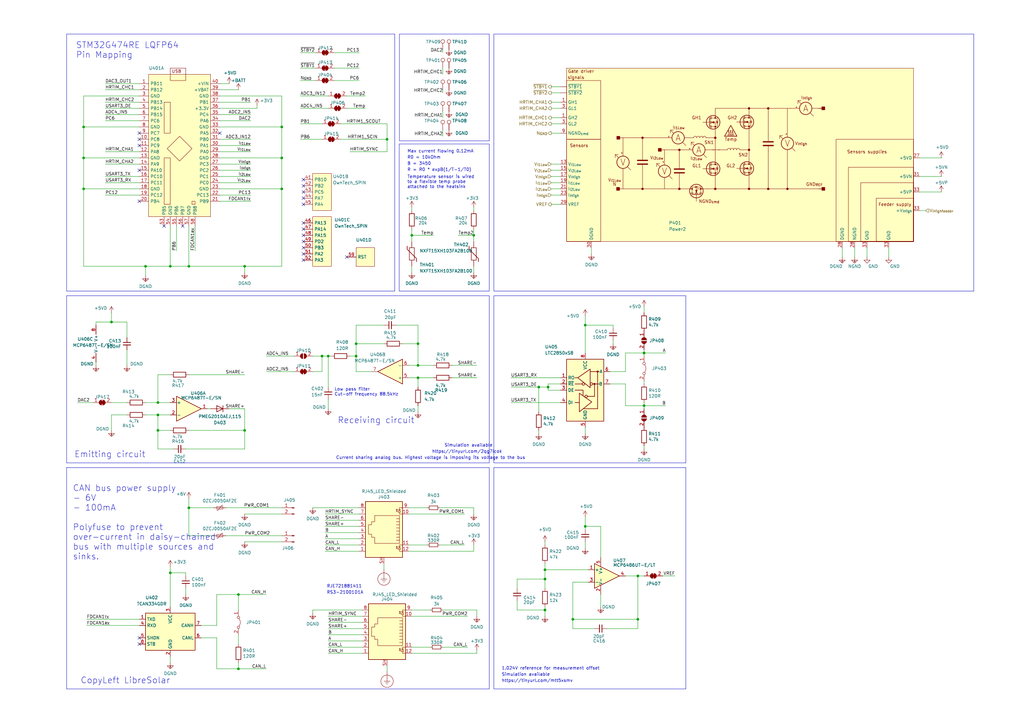
<source format=kicad_sch>
(kicad_sch (version 20230121) (generator eeschema)
  (paper "A3")
  (title_block (title "MCU Shield Board Scheme V1.1.2") (date "2021-06-04") (company "https://gitlab.laas.fr/owntech/1leg/-/tree/V1.1.2/KiCAD_files") (comment 1 "Alinei") (comment 2 "Villa") (comment 3 "Villa") (comment 4 "GFE"))
  (junction (at 69.85 234.95))
  (junction (at 115.57 77.47))
  (junction (at 132.08 146.05))
  (junction (at 223.52 237.49))
  (junction (at 134.62 146.05))
  (junction (at 64.77 165.1))
  (junction (at 168.91 96.52))
  (junction (at 34.29 77.47))
  (junction (at 100.33 109.22))
  (junction (at 115.57 64.77))
  (junction (at 34.29 52.07))
  (junction (at 64.77 176.53))
  (junction (at 115.57 52.07))
  (junction (at 261.62 236.22))
  (junction (at 220.98 158.75))
  (junction (at 97.79 243.84))
  (junction (at 146.05 140.97))
  (junction (at 234.95 254))
  (junction (at 240.03 215.9))
  (junction (at 77.47 109.22))
  (junction (at 146.05 146.05))
  (junction (at 97.79 274.32))
  (junction (at 264.16 166.37))
  (junction (at 100.33 176.53))
  (junction (at 77.47 208.28))
  (junction (at 223.52 233.68))
  (junction (at 158.75 57.15))
  (junction (at 240.03 133.35))
  (junction (at 261.62 254))
  (junction (at 224.79 158.75))
  (junction (at 34.29 64.77))
  (junction (at 64.77 170.18))
  (junction (at 171.45 140.97))
  (junction (at 264.16 144.78))
  (junction (at 171.45 149.86))
  (junction (at 45.72 132.08))
  (junction (at 69.85 109.22))
  (junction (at 171.45 154.94))
  (junction (at 59.69 109.22))
  (junction (at 223.52 250.19))
  (junction (at 194.31 96.52))
  (no_connect (at 57.15 261.62))
  (no_connect (at 57.15 59.69))
  (no_connect (at 57.15 69.85))
  (no_connect (at 57.15 264.16))
  (no_connect (at 57.15 82.55))
  (no_connect (at 67.31 92.71))
  (no_connect (at 74.93 92.71))
  (no_connect (at 124.46 78.74))
  (no_connect (at 124.46 73.66))
  (no_connect (at 124.46 76.2))
  (no_connect (at 124.46 99.06))
  (no_connect (at 124.46 101.6))
  (no_connect (at 124.46 104.14))
  (no_connect (at 124.46 106.68))
  (no_connect (at 124.46 83.82))
  (no_connect (at 124.46 81.28))
  (no_connect (at 124.46 93.98))
  (no_connect (at 124.46 91.44))
  (no_connect (at 124.46 96.52))
  (no_connect (at 57.15 54.61))
  (no_connect (at 57.15 57.15))
  (no_connect (at 142.24 105.41))
  (no_connect (at 90.17 54.61))
  (wire (pts (xy 220.98 158.75) (xy 220.98 168.91)))
  (wire (pts (xy 377.19 78.74) (xy 386.08 78.74)))
  (wire (pts (xy 223.52 250.19) (xy 223.52 252.73)))
  (wire (pts (xy 157.48 140.97) (xy 146.05 140.97)))
  (wire (pts (xy 76.2 236.22) (xy 76.2 234.95)))
  (wire (pts (xy 123.19 21.59) (xy 129.54 21.59)))
  (wire (pts (xy 234.95 238.76) (xy 234.95 254)))
  (wire (pts (xy 162.56 133.35) (xy 171.45 133.35)))
  (wire (pts (xy 43.18 46.99) (xy 57.15 46.99)))
  (wire (pts (xy 69.85 232.41) (xy 69.85 234.95)))
  (wire (pts (xy 168.91 109.22) (xy 168.91 111.76)))
  (wire (pts (xy 195.58 252.73) (xy 195.58 250.19)))
  (wire (pts (xy 137.16 33.02) (xy 147.32 33.02)))
  (wire (pts (xy 226.06 54.61) (xy 229.87 54.61)))
  (wire (pts (xy 69.85 234.95) (xy 69.85 248.92)))
  (wire (pts (xy 90.17 69.85) (xy 102.87 69.85)))
  (wire (pts (xy 220.98 158.75) (xy 224.79 158.75)))
  (wire (pts (xy 90.17 39.37) (xy 115.57 39.37)))
  (wire (pts (xy 264.16 165.1) (xy 264.16 166.37)))
  (wire (pts (xy 88.9 256.54) (xy 82.55 256.54)))
  (wire (pts (xy 158.75 62.23) (xy 143.51 62.23)))
  (wire (pts (xy 209.55 165.1) (xy 229.87 165.1)))
  (wire (pts (xy 34.29 52.07) (xy 57.15 52.07)))
  (wire (pts (xy 139.7 50.8) (xy 158.75 50.8)))
  (wire (pts (xy 109.22 152.4) (xy 120.65 152.4)))
  (wire (pts (xy 64.77 153.67) (xy 64.77 165.1)))
  (wire (pts (xy 69.85 176.53) (xy 64.77 176.53)))
  (wire (pts (xy 77.47 176.53) (xy 100.33 176.53)))
  (wire (pts (xy 240.03 215.9) (xy 240.03 217.17)))
  (wire (pts (xy 146.05 146.05) (xy 146.05 152.4)))
  (wire (pts (xy 256.54 144.78) (xy 264.16 144.78)))
  (wire (pts (xy 134.62 146.05) (xy 134.62 158.75)))
  (wire (pts (xy 181.61 265.43) (xy 191.77 265.43)))
  (wire (pts (xy 43.18 67.31) (xy 57.15 67.31)))
  (wire (pts (xy 97.79 243.84) (xy 109.22 243.84)))
  (wire (pts (xy 35.56 256.54) (xy 57.15 256.54)))
  (wire (pts (xy 133.35 210.82) (xy 147.32 210.82)))
  (wire (pts (xy 43.18 36.83) (xy 57.15 36.83)))
  (wire (pts (xy 171.45 154.94) (xy 177.8 154.94)))
  (wire (pts (xy 250.19 152.4) (xy 256.54 152.4)))
  (wire (pts (xy 137.16 21.59) (xy 147.32 21.59)))
  (wire (pts (xy 133.35 215.9) (xy 147.32 215.9)))
  (wire (pts (xy 90.17 72.39) (xy 102.87 72.39)))
  (wire (pts (xy 168.91 96.52) (xy 168.91 99.06)))
  (wire (pts (xy 123.19 39.37) (xy 134.62 39.37)))
  (wire (pts (xy 223.52 250.19) (xy 212.09 250.19)))
  (wire (pts (xy 256.54 166.37) (xy 264.16 166.37)))
  (wire (pts (xy 264.16 125.73) (xy 264.16 128.27)))
  (wire (pts (xy 134.62 260.35) (xy 148.59 260.35)))
  (wire (pts (xy 77.47 208.28) (xy 87.63 208.28)))
  (wire (pts (xy 261.62 236.22) (xy 264.16 236.22)))
  (wire (pts (xy 100.33 210.82) (xy 115.57 210.82)))
  (wire (pts (xy 246.38 215.9) (xy 246.38 228.6)))
  (wire (pts (xy 76.2 184.15) (xy 100.33 184.15)))
  (wire (pts (xy 88.9 261.62) (xy 88.9 274.32)))
  (wire (pts (xy 261.62 257.81) (xy 248.92 257.81)))
  (wire (pts (xy 93.98 167.64) (xy 100.33 167.64)))
  (wire (pts (xy 123.19 44.45) (xy 134.62 44.45)))
  (wire (pts (xy 64.77 153.67) (xy 69.85 153.67)))
  (wire (pts (xy 52.07 138.43) (xy 52.07 132.08)))
  (wire (pts (xy 39.37 148.59) (xy 39.37 149.86)))
  (wire (pts (xy 43.18 44.45) (xy 57.15 44.45)))
  (wire (pts (xy 52.07 132.08) (xy 45.72 132.08)))
  (wire (pts (xy 167.64 154.94) (xy 171.45 154.94)))
  (wire (pts (xy 134.62 262.89) (xy 148.59 262.89)))
  (wire (pts (xy 167.64 210.82) (xy 190.5 210.82)))
  (wire (pts (xy 59.69 165.1) (xy 64.77 165.1)))
  (wire (pts (xy 226.06 80.01) (xy 229.87 80.01)))
  (wire (pts (xy 148.59 265.43) (xy 134.62 265.43)))
  (wire (pts (xy 226.06 38.1) (xy 229.87 38.1)))
  (wire (pts (xy 90.17 62.23) (xy 102.87 62.23)))
  (wire (pts (xy 220.98 176.53) (xy 220.98 177.8)))
  (wire (pts (xy 72.39 92.71) (xy 72.39 102.87)))
  (wire (pts (xy 77.47 208.28) (xy 77.47 219.71)))
  (wire (pts (xy 250.19 157.48) (xy 256.54 157.48)))
  (wire (pts (xy 171.45 140.97) (xy 171.45 149.86)))
  (wire (pts (xy 92.71 208.28) (xy 115.57 208.28)))
  (wire (pts (xy 224.79 160.02) (xy 224.79 158.75)))
  (wire (pts (xy 85.09 167.64) (xy 86.36 167.64)))
  (wire (pts (xy 90.17 49.53) (xy 102.87 49.53)))
  (wire (pts (xy 223.52 237.49) (xy 223.52 241.3)))
  (wire (pts (xy 223.52 233.68) (xy 241.3 233.68)))
  (wire (pts (xy 132.08 152.4) (xy 128.27 152.4)))
  (wire (pts (xy 240.03 175.26) (xy 240.03 177.8)))
  (wire (pts (xy 345.44 101.6) (xy 345.44 105.41)))
  (wire (pts (xy 242.57 101.6) (xy 242.57 104.14)))
  (wire (pts (xy 226.06 48.26) (xy 229.87 48.26)))
  (wire (pts (xy 133.35 218.44) (xy 147.32 218.44)))
  (wire (pts (xy 377.19 72.39) (xy 386.08 72.39)))
  (wire (pts (xy 128.27 146.05) (xy 132.08 146.05)))
  (wire (pts (xy 97.79 243.84) (xy 97.79 250.19)))
  (wire (pts (xy 171.45 158.75) (xy 171.45 154.94)))
  (wire (pts (xy 90.17 59.69) (xy 102.87 59.69)))
  (wire (pts (xy 115.57 109.22) (xy 115.57 77.47)))
  (wire (pts (xy 43.18 80.01) (xy 57.15 80.01)))
  (wire (pts (xy 64.77 184.15) (xy 64.77 176.53)))
  (wire (pts (xy 69.85 109.22) (xy 77.47 109.22)))
  (wire (pts (xy 256.54 236.22) (xy 261.62 236.22)))
  (wire (pts (xy 52.07 170.18) (xy 45.72 170.18)))
  (wire (pts (xy 240.03 212.09) (xy 240.03 215.9)))
  (wire (pts (xy 69.85 234.95) (xy 76.2 234.95)))
  (wire (pts (xy 364.49 101.6) (xy 364.49 105.41)))
  (wire (pts (xy 45.72 132.08) (xy 39.37 132.08)))
  (wire (pts (xy 146.05 133.35) (xy 146.05 140.97)))
  (wire (pts (xy 134.62 252.73) (xy 148.59 252.73)))
  (wire (pts (xy 246.38 243.84) (xy 246.38 248.92)))
  (wire (pts (xy 168.91 93.98) (xy 168.91 96.52)))
  (wire (pts (xy 90.17 46.99) (xy 102.87 46.99)))
  (wire (pts (xy 240.03 133.35) (xy 240.03 144.78)))
  (wire (pts (xy 134.62 267.97) (xy 148.59 267.97)))
  (wire (pts (xy 97.79 36.83) (xy 90.17 36.83)))
  (wire (pts (xy 195.58 266.7) (xy 195.58 267.97)))
  (wire (pts (xy 90.17 80.01) (xy 102.87 80.01)))
  (wire (pts (xy 181.61 250.19) (xy 195.58 250.19)))
  (wire (pts (xy 45.72 170.18) (xy 45.72 176.53)))
  (wire (pts (xy 146.05 140.97) (xy 146.05 146.05)))
  (wire (pts (xy 240.03 129.54) (xy 240.03 133.35)))
  (wire (pts (xy 88.9 243.84) (xy 88.9 256.54)))
  (wire (pts (xy 97.79 260.35) (xy 97.79 264.16)))
  (wire (pts (xy 133.35 213.36) (xy 147.32 213.36)))
  (wire (pts (xy 377.19 86.36) (xy 379.73 86.36)))
  (wire (pts (xy 34.29 109.22) (xy 34.29 77.47)))
  (wire (pts (xy 168.91 252.73) (xy 191.77 252.73)))
  (wire (pts (xy 97.79 274.32) (xy 109.22 274.32)))
  (wire (pts (xy 181.61 36.83) (xy 181.61 38.1)))
  (wire (pts (xy 88.9 274.32) (xy 97.79 274.32)))
  (wire (pts (xy 194.31 93.98) (xy 194.31 96.52)))
  (wire (pts (xy 194.31 85.09) (xy 194.31 86.36)))
  (wire (pts (xy 105.41 43.18) (xy 105.41 44.45)))
  (wire (pts (xy 187.96 96.52) (xy 194.31 96.52)))
  (wire (pts (xy 59.69 170.18) (xy 64.77 170.18)))
  (wire (pts (xy 90.17 57.15) (xy 102.87 57.15)))
  (wire (pts (xy 226.06 83.82) (xy 229.87 83.82)))
  (wire (pts (xy 59.69 109.22) (xy 34.29 109.22)))
  (wire (pts (xy 157.48 133.35) (xy 146.05 133.35)))
  (wire (pts (xy 132.08 146.05) (xy 134.62 146.05)))
  (wire (pts (xy 43.18 62.23) (xy 57.15 62.23)))
  (wire (pts (xy 226.06 35.56) (xy 229.87 35.56)))
  (wire (pts (xy 223.52 231.14) (xy 223.52 233.68)))
  (wire (pts (xy 181.61 53.34) (xy 181.61 55.88)))
  (wire (pts (xy 77.47 109.22) (xy 100.33 109.22)))
  (wire (pts (xy 194.31 109.22) (xy 194.31 111.76)))
  (wire (pts (xy 139.7 57.15) (xy 158.75 57.15)))
  (wire (pts (xy 128.27 250.19) (xy 128.27 251.46)))
  (wire (pts (xy 241.3 238.76) (xy 234.95 238.76)))
  (wire (pts (xy 115.57 64.77) (xy 115.57 77.47)))
  (wire (pts (xy 185.42 149.86) (xy 195.58 149.86)))
  (wire (pts (xy 194.31 223.52) (xy 194.31 226.06)))
  (wire (pts (xy 90.17 77.47) (xy 115.57 77.47)))
  (wire (pts (xy 88.9 243.84) (xy 97.79 243.84)))
  (wire (pts (xy 240.03 215.9) (xy 246.38 215.9)))
  (wire (pts (xy 90.17 34.29) (xy 93.98 34.29)))
  (wire (pts (xy 264.16 143.51) (xy 264.16 144.78)))
  (wire (pts (xy 212.09 250.19) (xy 212.09 246.38)))
  (wire (pts (xy 57.15 77.47) (xy 34.29 77.47)))
  (wire (pts (xy 167.64 149.86) (xy 171.45 149.86)))
  (wire (pts (xy 142.24 39.37) (xy 149.86 39.37)))
  (wire (pts (xy 377.19 64.77) (xy 386.08 64.77)))
  (wire (pts (xy 77.47 208.28) (xy 77.47 204.47)))
  (wire (pts (xy 168.91 265.43) (xy 176.53 265.43)))
  (wire (pts (xy 226.06 77.47) (xy 229.87 77.47)))
  (wire (pts (xy 52.07 143.51) (xy 52.07 149.86)))
  (wire (pts (xy 100.33 184.15) (xy 100.33 176.53)))
  (wire (pts (xy 133.35 220.98) (xy 147.32 220.98)))
  (wire (pts (xy 59.69 109.22) (xy 59.69 113.03)))
  (wire (pts (xy 229.87 160.02) (xy 224.79 160.02)))
  (wire (pts (xy 35.56 254) (xy 57.15 254)))
  (wire (pts (xy 64.77 170.18) (xy 69.85 170.18)))
  (wire (pts (xy 181.61 45.72) (xy 181.61 48.26)))
  (wire (pts (xy 69.85 109.22) (xy 59.69 109.22)))
  (wire (pts (xy 271.78 236.22) (xy 276.86 236.22)))
  (wire (pts (xy 264.16 144.78) (xy 264.16 146.05)))
  (wire (pts (xy 168.91 96.52) (xy 177.8 96.52)))
  (wire (pts (xy 34.29 39.37) (xy 34.29 52.07)))
  (wire (pts (xy 223.52 222.25) (xy 223.52 223.52)))
  (wire (pts (xy 243.84 257.81) (xy 234.95 257.81)))
  (wire (pts (xy 226.06 50.8) (xy 229.87 50.8)))
  (wire (pts (xy 34.29 52.07) (xy 34.29 64.77)))
  (wire (pts (xy 226.06 69.85) (xy 229.87 69.85)))
  (wire (pts (xy 123.19 50.8) (xy 132.08 50.8)))
  (wire (pts (xy 226.06 74.93) (xy 229.87 74.93)))
  (wire (pts (xy 64.77 170.18) (xy 64.77 176.53)))
  (wire (pts (xy 261.62 254) (xy 261.62 257.81)))
  (wire (pts (xy 158.75 57.15) (xy 158.75 50.8)))
  (wire (pts (xy 100.33 167.64) (xy 100.33 176.53)))
  (wire (pts (xy 134.62 146.05) (xy 135.89 146.05)))
  (wire (pts (xy 115.57 39.37) (xy 115.57 52.07)))
  (wire (pts (xy 240.03 222.25) (xy 240.03 224.79)))
  (wire (pts (xy 261.62 254) (xy 261.62 236.22)))
  (wire (pts (xy 90.17 67.31) (xy 102.87 67.31)))
  (wire (pts (xy 134.62 255.27) (xy 148.59 255.27)))
  (wire (pts (xy 157.48 231.14) (xy 157.48 233.68)))
  (wire (pts (xy 115.57 52.07) (xy 115.57 64.77)))
  (wire (pts (xy 194.31 210.82) (xy 194.31 208.28)))
  (wire (pts (xy 171.45 166.37) (xy 171.45 168.91)))
  (wire (pts (xy 123.19 27.94) (xy 129.54 27.94)))
  (wire (pts (xy 90.17 41.91) (xy 102.87 41.91)))
  (wire (pts (xy 185.42 154.94) (xy 195.58 154.94)))
  (wire (pts (xy 128.27 208.28) (xy 147.32 208.28)))
  (wire (pts (xy 134.62 163.83) (xy 134.62 167.64)))
  (wire (pts (xy 224.79 157.48) (xy 229.87 157.48)))
  (wire (pts (xy 134.62 257.81) (xy 148.59 257.81)))
  (wire (pts (xy 137.16 27.94) (xy 147.32 27.94)))
  (wire (pts (xy 77.47 92.71) (xy 77.47 109.22)))
  (wire (pts (xy 256.54 157.48) (xy 256.54 166.37)))
  (wire (pts (xy 168.91 250.19) (xy 176.53 250.19)))
  (wire (pts (xy 234.95 254) (xy 234.95 257.81)))
  (wire (pts (xy 64.77 165.1) (xy 69.85 165.1)))
  (wire (pts (xy 100.33 109.22) (xy 100.33 111.76)))
  (wire (pts (xy 97.79 271.78) (xy 97.79 274.32)))
  (wire (pts (xy 223.52 237.49) (xy 212.09 237.49)))
  (wire (pts (xy 77.47 153.67) (xy 100.33 153.67)))
  (wire (pts (xy 43.18 49.53) (xy 57.15 49.53)))
  (wire (pts (xy 226.06 72.39) (xy 229.87 72.39)))
  (wire (pts (xy 181.61 20.32) (xy 181.61 21.59)))
  (wire (pts (xy 143.51 146.05) (xy 146.05 146.05)))
  (wire (pts (xy 226.06 67.31) (xy 229.87 67.31)))
  (wire (pts (xy 251.46 139.7) (xy 251.46 140.97)))
  (wire (pts (xy 69.85 269.24) (xy 69.85 271.78)))
  (wire (pts (xy 158.75 273.05) (xy 158.75 275.59)))
  (wire (pts (xy 147.32 223.52) (xy 133.35 223.52)))
  (wire (pts (xy 234.95 254) (xy 261.62 254)))
  (wire (pts (xy 146.05 152.4) (xy 152.4 152.4)))
  (wire (pts (xy 100.33 109.22) (xy 115.57 109.22)))
  (wire (pts (xy 71.12 184.15) (xy 64.77 184.15)))
  (wire (pts (xy 34.29 39.37) (xy 57.15 39.37)))
  (wire (pts (xy 264.16 144.78) (xy 273.05 144.78)))
  (wire (pts (xy 180.34 223.52) (xy 190.5 223.52)))
  (wire (pts (xy 355.6 101.6) (xy 355.6 105.41)))
  (wire (pts (xy 82.55 261.62) (xy 88.9 261.62)))
  (wire (pts (xy 45.72 128.27) (xy 45.72 132.08)))
  (wire (pts (xy 43.18 41.91) (xy 57.15 41.91)))
  (wire (pts (xy 123.19 57.15) (xy 132.08 57.15)))
  (wire (pts (xy 90.17 44.45) (xy 105.41 44.45)))
  (wire (pts (xy 264.16 166.37) (xy 273.05 166.37)))
  (wire (pts (xy 100.33 222.25) (xy 115.57 222.25)))
  (wire (pts (xy 92.71 219.71) (xy 115.57 219.71)))
  (wire (pts (xy 251.46 134.62) (xy 251.46 133.35)))
  (wire (pts (xy 226.06 41.91) (xy 229.87 41.91)))
  (wire (pts (xy 168.91 85.09) (xy 168.91 86.36)))
  (wire (pts (xy 39.37 132.08) (xy 39.37 133.35)))
  (wire (pts (xy 350.52 101.6) (xy 350.52 105.41)))
  (wire (pts (xy 223.52 233.68) (xy 223.52 237.49)))
  (wire (pts (xy 158.75 57.15) (xy 158.75 62.23)))
  (wire (pts (xy 109.22 146.05) (xy 120.65 146.05)))
  (wire (pts (xy 212.09 237.49) (xy 212.09 241.3)))
  (wire (pts (xy 45.72 165.1) (xy 52.07 165.1)))
  (wire (pts (xy 34.29 64.77) (xy 34.29 77.47)))
  (wire (pts (xy 168.91 267.97) (xy 195.58 267.97)))
  (wire (pts (xy 128.27 250.19) (xy 148.59 250.19)))
  (wire (pts (xy 171.45 133.35) (xy 171.45 140.97)))
  (wire (pts (xy 226.06 44.45) (xy 229.87 44.45)))
  (wire (pts (xy 43.18 74.93) (xy 57.15 74.93)))
  (wire (pts (xy 142.24 44.45) (xy 149.86 44.45)))
  (wire (pts (xy 76.2 243.84) (xy 76.2 241.3)))
  (wire (pts (xy 181.61 27.94) (xy 181.61 30.48)))
  (wire (pts (xy 209.55 154.94) (xy 229.87 154.94)))
  (wire (pts (xy 256.54 152.4) (xy 256.54 144.78)))
  (wire (pts (xy 264.16 182.88) (xy 264.16 184.15)))
  (wire (pts (xy 223.52 248.92) (xy 223.52 250.19)))
  (wire (pts (xy 43.18 34.29) (xy 57.15 34.29)))
  (wire (pts (xy 90.17 74.93) (xy 102.87 74.93)))
  (wire (pts (xy 80.01 92.71) (xy 80.01 102.87)))
  (wire (pts (xy 31.75 165.1) (xy 38.1 165.1)))
  (wire (pts (xy 77.47 219.71) (xy 87.63 219.71)))
  (wire (pts (xy 171.45 149.86) (xy 177.8 149.86)))
  (wire (pts (xy 123.19 33.02) (xy 129.54 33.02)))
  (wire (pts (xy 167.64 208.28) (xy 175.26 208.28)))
  (wire (pts (xy 264.16 156.21) (xy 264.16 157.48)))
  (wire (pts (xy 90.17 64.77) (xy 115.57 64.77)))
  (wire (pts (xy 240.03 133.35) (xy 251.46 133.35)))
  (wire (pts (xy 133.35 226.06) (xy 147.32 226.06)))
  (wire (pts (xy 209.55 158.75) (xy 220.98 158.75)))
  (wire (pts (xy 167.64 223.52) (xy 175.26 223.52)))
  (wire (pts (xy 90.17 82.55) (xy 102.87 82.55)))
  (wire (pts (xy 132.08 146.05) (xy 132.08 152.4)))
  (wire (pts (xy 264.16 166.37) (xy 264.16 167.64)))
  (wire (pts (xy 194.31 208.28) (xy 180.34 208.28)))
  (wire (pts (xy 167.64 226.06) (xy 194.31 226.06)))
  (wire (pts (xy 90.17 52.07) (xy 115.57 52.07)))
  (wire (pts (xy 194.31 96.52) (xy 194.31 99.06)))
  (wire (pts (xy 43.18 72.39) (xy 57.15 72.39)))
  (wire (pts (xy 224.79 158.75) (xy 224.79 157.48)))
  (wire (pts (xy 34.29 64.77) (xy 57.15 64.77)))
  (wire (pts (xy 165.1 140.97) (xy 171.45 140.97)))
  (wire (pts (xy 69.85 92.71) (xy 69.85 109.22)))
  (rectangle (start 202.565 13.97) (end 399.415 119.38))
  (rectangle (start 202.565 121.285) (end 281.305 189.865))
  (rectangle (start 27.305 13.97) (end 161.925 119.38))
  (rectangle (start 163.703 59.055) (end 200.66 119.38))
  (rectangle (start 27.305 191.77) (end 200.66 282.575))
  (rectangle (start 163.83 13.97) (end 200.66 57.785))
  (rectangle (start 202.565 191.77) (end 281.305 282.575))
  (rectangle (start 27.305 121.285) (end 200.66 189.865))
  (text "CAN bus power supply\n- 6V\n- 100mA\n\nPolyfuse to prevent \nover-current in daisy-chained \nbus with multiple sources and \nsinks." (at 29.845 229.87 0) (effects (font (size 2.4892 2.4892)) (justify left bottom)))
  (text "Low pass filter\nCut-off frequency 88.5kHz" (at 137.16 162.56 0) (effects (font (size 1.27 1.27)) (justify left bottom)))
  (text "1.024V reference for measurement offset " (at 205.74 274.955 0) (effects (font (size 1.27 1.27)) (justify left bottom)))
  (text "RS3-21001D1A" (at 133.985 243.84 0) (effects (font (size 1.27 1.27)) (justify left bottom)))
  (text "R = R0 * expB(1/T-1/T0)" (at 167.005 70.485 0) (effects (font (size 1.27 1.27)) (justify left bottom)))
  (text "R0 = 10kOhm " (at 167.005 65.405 0) (effects (font (size 1.27 1.27)) (justify left bottom)))
  (text "STM32G474RE LQFP64\nPin Mapping" (at 31.115 24.13 0) (effects (font (size 2.4892 2.4892)) (justify left bottom)))
  (text "Simulation available" (at 205.74 277.495 0) (effects (font (size 1.27 1.27)) (justify left bottom)))
  (text "https://tinyurl.com/2qg7lcok" (at 177.165 186.055 0) (effects (font (size 1.27 1.27)) (justify left bottom)))
  (text "Emitting circuit" (at 30.48 187.96 0) (effects (font (size 2.4892 2.4892)) (justify left bottom)))
  (text "Current sharing analog bus. Highest voltage is imposing its voltage to the bus" (at 137.795 188.595 0) (effects (font (size 1.27 1.27)) (justify left bottom)))
  (text "RJE721881411 " (at 133.985 241.3 0) (effects (font (size 1.27 1.27)) (justify left bottom)))
  (text "B = 3450\n" (at 167.005 67.945 0) (effects (font (size 1.27 1.27)) (justify left bottom)))
  (text "https://tinyurl.com/mtt5xsmv" (at 205.74 280.035 0) (effects (font (size 1.27 1.27)) (justify left bottom)))
  (text "CopyLeft LibreSolar\n" (at 33.02 280.67 0) (effects (font (size 2.4892 2.4892)) (justify left bottom)))
  (text "Max current flowing 0.12mA\n" (at 167.005 62.865 0) (effects (font (size 1.27 1.27)) (justify left bottom)))
  (text "Receiving circuit" (at 138.43 173.99 0) (effects (font (size 2.4892 2.4892)) (justify left bottom)))
  (text "Simulation available " (at 182.245 183.515 0) (effects (font (size 1.27 1.27)) (justify left bottom)))
  (text "Temperature sensor is wired\nto a flexible temp probe \nattached to the heatsink\n" (at 167.005 77.47 0) (effects (font (size 1.27 1.27)) (justify left bottom)))
  (label "PWR_COM1" (at 190.5 210.82 180))
  (label "HRTIM1_SCOUT" (at 156.21 50.8 180))
  (label "PC12" (at 147.32 27.94 180))
  (label "I_{I2Low}" (at 102.87 72.39 180))
  (label "USART3_TX" (at 43.18 72.39 0))
  (label "A" (at 133.35 220.98 0))
  (label "ADC2_IN5" (at 102.87 46.99 180))
  (label "B" (at 134.62 260.35 0))
  (label "B" (at 273.05 166.37 180))
  (label "Temp" (at 177.8 96.52 180))
  (label "HRTIM_CHA1" (at 43.18 62.23 0))
  (label "PWR_COM1" (at 110.49 208.28 180))
  (label "HRTIM_CHC2" (at 181.61 38.1 180))
  (label "HRTIM_SYNC" (at 133.35 210.82 0))
  (label "USART3_TX" (at 209.55 165.1 0))
  (label "SHARE-" (at 134.62 255.27 0))
  (label "ADC3_IN12" (at 102.87 57.15 180))
  (label "PB1" (at 102.87 41.91 180))
  (label "CAN_L" (at 191.77 265.43 180))
  (label "HRTIM_CHA1" (at 181.61 48.26 180))
  (label "~{STBY1}" (at 123.19 27.94 0))
  (label "HRTIM_CHC1" (at 181.61 30.48 180))
  (label "PB1" (at 123.19 50.8 0))
  (label "HRTIM1_SCIN" (at 154.94 57.15 180))
  (label "DAC3_OUT1" (at 43.18 34.29 0))
  (label "N_{GND}" (at 123.19 33.02 0))
  (label "SHARE-" (at 195.58 149.86 180))
  (label "ADC4_IN5" (at 109.22 146.05 0))
  (label "USART3_DE" (at 43.18 44.45 0))
  (label "HRTIM_CHC1" (at 43.18 36.83 0))
  (label "ADC4_IN5" (at 43.18 46.99 0))
  (label "Temp2" (at 187.96 96.52 0))
  (label "CAN_L" (at 133.35 223.52 0))
  (label "I_{IHigh}" (at 102.87 69.85 180))
  (label "ADC4_IN5" (at 123.19 44.45 0))
  (label "HRTIM_SYNC" (at 143.51 62.23 0))
  (label "HRTIM_CHA2" (at 181.61 55.88 180))
  (label "PC13" (at 147.32 21.59 180))
  (label "A" (at 273.05 144.78 180))
  (label "B" (at 133.35 218.44 0))
  (label "PWR_COM2" (at 100.33 219.71 0))
  (label "Temp" (at 149.86 44.45 180))
  (label "DAC2" (at 102.87 49.53 180))
  (label "VREF" (at 276.86 236.22 180))
  (label "Temp2" (at 149.86 39.37 180))
  (label "ADC2_IN5" (at 109.22 152.4 0))
  (label "CAN_H" (at 109.22 243.84 180))
  (label "PC6" (at 147.32 33.02 180))
  (label "SHARE+" (at 133.35 215.9 0))
  (label "PC6" (at 43.18 49.53 0))
  (label "USART3_RX" (at 43.18 74.93 0))
  (label "PB6" (at 72.39 102.87 90))
  (label "USART3_DE" (at 209.55 158.75 0))
  (label "CAN_H" (at 134.62 267.97 0))
  (label "V_{IHigh}" (at 102.87 67.31 180))
  (label "SHARE+" (at 195.58 154.94 180))
  (label "CAN_L" (at 109.22 274.32 180))
  (label "CAN_L" (at 190.5 223.52 180))
  (label "~{STBY2}" (at 123.19 21.59 0))
  (label "PC12" (at 43.18 80.01 0))
  (label "HRTIM_CHA2" (at 43.18 67.31 0))
  (label "DAC2" (at 181.61 21.59 180))
  (label "V_{I2Low}" (at 102.87 74.93 180))
  (label "PWR_COM2" (at 191.77 252.73 180))
  (label "I_{I1Low}" (at 102.87 59.69 180))
  (label "SHARE+" (at 100.33 167.64 180))
  (label "A" (at 134.62 262.89 0))
  (label "HRTIM_CHC2" (at 43.18 41.91 0))
  (label "CAN_H" (at 133.35 226.06 0))
  (label "FDCAN1_{TX}" (at 35.56 254 0))
  (label "SHARE-" (at 100.33 153.67 180))
  (label "ADC3_IN12" (at 123.19 39.37 0))
  (label "SHARE+" (at 134.62 257.81 0))
  (label "PC13" (at 102.87 80.01 180))
  (label "PB6" (at 123.19 57.15 0))
  (label "CAN_L" (at 134.62 265.43 0))
  (label "HRTIM_SYNC" (at 134.62 252.73 0))
  (label "USART3_RX" (at 209.55 154.94 0))
  (label "FDCAN1_{TX}" (at 102.87 82.55 180))
  (label "V_{I1Low}" (at 102.87 62.23 180))
  (label "FDCAN1_{RX}" (at 35.56 256.54 0))
  (label "DAC2" (at 31.75 165.1 0))
  (label "SHARE-" (at 133.35 213.36 0))
  (label "FDCAN1_{RX}" (at 80.01 102.87 90))
  (hierarchical_label "V_{IHighfeeder}" (shape input) (at 379.73 86.36 0))
  (hierarchical_label "~{STBY1}" (shape output) (at 226.06 35.56 180))
  (hierarchical_label "HRTIM_CHA2" (shape output) (at 226.06 44.45 180))
  (hierarchical_label "N_{GND}" (shape output) (at 226.06 54.61 180))
  (hierarchical_label "HRTIM_CHA1" (shape output) (at 226.06 41.91 180))
  (hierarchical_label "V_{IHigh}" (shape input) (at 226.06 72.39 180))
  (hierarchical_label "HRTIM_CHC1" (shape output) (at 226.06 48.26 180))
  (hierarchical_label "V_{I2Low}" (shape input) (at 226.06 69.85 180))
  (hierarchical_label "~{STBY2}" (shape output) (at 226.06 38.1 180))
  (hierarchical_label "I_{I2Low}" (shape input) (at 226.06 77.47 180))
  (hierarchical_label "HRTIM_CHC2" (shape output) (at 226.06 50.8 180))
  (hierarchical_label "V_{I1Low}" (shape input) (at 226.06 67.31 180))
  (hierarchical_label "VREF" (shape output) (at 226.06 83.82 180))
  (hierarchical_label "I_{IHigh}" (shape input) (at 226.06 80.01 180))
  (hierarchical_label "I_{I1Low}" (shape input) (at 226.06 74.93 180))
  (symbol (lib_id "Interface_CAN_LIN:TCAN334") (at 69.85 259.08 0) (unit 1)
    (property "Reference" "U402" (at 62.23 245.11 0))
    (property "Value" "TCAN334GDR" (at 62.23 247.65 0))
    (property "Footprint" "Footprints:SOIC-8_3.9x4.9mm_P1.27mm" (effects hide))
    (property "Datasheet" "http://www.ti.com/lit/ds/symlink/tcan337.pdf" (effects hide))
    (property "Manf#" "TCAN334GDR" (effects hide))
    (property "DNP" "x" (effects hide))
  )
  (symbol (lib_id "Device:R") (at 97.79 267.97 0) (unit 1)
    (property "Reference" "R401" (at 99.568 266.8016 0) (effects (justify left)))
    (property "Value" "120R" (at 99.568 269.113 0) (effects (justify left)))
    (property "Footprint" "Footprints:R_0805_2012Metric" (effects hide))
    (property "Manf#" "CR0805-FX-1200ELF" (effects hide))
    (property "DNP" "x" (effects hide))
  )
  (symbol (lib_id "Device:C_Small") (at 76.2 238.76 0) (unit 1)
    (property "Reference" "C401" (at 78.5368 237.5916 0) (effects (justify left)))
    (property "Value" "100nF" (at 78.5368 239.903 0) (effects (justify left)))
    (property "Footprint" "Footprints:C_0805_2012Metric" (effects hide))
    (property "Manf#" "C0805C104K5RACTU" (effects hide))
    (property "DNP" "x" (effects hide))
  )
  (symbol (lib_id "Jumper:Jumper_2_Bridged") (at 97.79 255.27 270) (unit 1)
    (property "Reference" "JP401" (at 100.965 255.27 90) (effects (justify left)))
    (property "Value" "Jumper" (effects hide))
    (property "Footprint" "Connector_PinHeader_2.54mm:PinHeader_1x02_P2.54mm_Vertical" (effects hide))
    (property "DNP" "x" (effects hide))
  )
  (symbol (lib_id "Connector:RJ45_LED_Shielded") (at 157.48 218.44 0) (mirror y) (unit 1)
    (property "Reference" "J403" (at 157.48 203.835 0))
    (property "Value" "RJ45_LED_Shielded" (at 157.48 201.5236 0))
    (property "Footprint" "Footprints:ethernet_RJE721881411" (effects hide))
    (property "Manf#" "RJE721881411" (effects hide))
    (property "DNP" "x" (effects hide))
  )
  (symbol (lib_id "Connector:RJ45_LED_Shielded") (at 158.75 260.35 0) (mirror y) (unit 1)
    (property "Reference" "J404" (at 158.75 245.745 0))
    (property "Value" "RJ45_LED_Shielded" (at 161.925 243.84 0))
    (property "Footprint" "Footprints:ethernet_RJE721881411" (effects hide))
    (property "Manf#" "RJE721881411" (effects hide))
    (property "DNP" "x" (effects hide))
  )
  (symbol (lib_id "power:+3.3V") (at 194.31 223.52 0) (unit 1)
    (property "Reference" "#PWR0416" (effects hide))
    (property "Value" "+3.3V" (at 194.31 219.71 0))
  )
  (symbol (lib_id "power:+3.3V") (at 195.58 266.7 0) (unit 1)
    (property "Reference" "#PWR0417" (effects hide))
    (property "Value" "+3.3V" (at 195.58 262.89 0))
  )
  (symbol (lib_id "Device:Polyfuse_Small") (at 90.17 208.28 90) (unit 1)
    (property "Reference" "F401" (at 90.17 203.073 90))
    (property "Value" "0ZCJ0050AF2E" (at 90.17 205.3844 90))
    (property "Footprint" "Fuse:Fuse_1210_3225Metric" (effects hide))
    (property "Manf#" "0ZCJ0050AF2E" (effects hide))
    (property "DNP" "x" (effects hide))
  )
  (symbol (lib_id "Device:Polyfuse_Small") (at 90.17 219.71 270) (unit 1)
    (property "Reference" "F402" (at 90.17 214.503 90))
    (property "Value" "0ZCJ0050AF2E" (at 90.17 216.8144 90))
    (property "Footprint" "Fuse:Fuse_1210_3225Metric" (effects hide))
    (property "Manf#" "0ZCJ0050AF2E" (effects hide))
    (property "DNP" "x" (effects hide))
  )
  (symbol (lib_id "Device:R_Small") (at 177.8 223.52 270) (mirror x) (unit 1)
    (property "Reference" "R402" (at 177.8 219.71 90))
    (property "Value" "330R" (at 177.8 221.615 90))
    (property "Footprint" "Footprints:R_0805_2012Metric" (effects hide))
    (property "Manf#" "CR0805-FX-3300ELF" (effects hide))
    (property "DNP" "x" (effects hide))
  )
  (symbol (lib_id "Device:R_Small") (at 177.8 208.28 270) (mirror x) (unit 1)
    (property "Reference" "R403" (at 177.8 203.2 90))
    (property "Value" "3k" (at 177.8 205.74 90))
    (property "Footprint" "Footprints:R_0805_2012Metric" (effects hide))
    (property "Manf#" "CR0805-FX-3001ELF" (effects hide))
    (property "DNP" "x" (effects hide))
  )
  (symbol (lib_id "Device:R_Small") (at 179.07 265.43 270) (mirror x) (unit 1)
    (property "Reference" "R404" (at 179.07 261.62 90))
    (property "Value" "330R" (at 179.07 263.525 90))
    (property "Footprint" "Footprints:R_0805_2012Metric" (effects hide))
    (property "Manf#" "CR0805-FX-3300ELF" (effects hide))
    (property "DNP" "x" (effects hide))
  )
  (symbol (lib_id "Device:R_Small") (at 179.07 250.19 270) (mirror x) (unit 1)
    (property "Reference" "R405" (at 179.07 245.11 90))
    (property "Value" "3k" (at 179.07 247.65 90))
    (property "Footprint" "Footprints:R_0805_2012Metric" (effects hide))
    (property "Manf#" "CR0805-FX-3001ELF" (effects hide))
    (property "DNP" "x" (effects hide))
  )
  (symbol (lib_id "power:+3.3V") (at 69.85 232.41 0) (unit 1)
    (property "Reference" "#PWR0403" (effects hide))
    (property "Value" "+3.3V" (at 73.66 230.505 0))
  )
  (symbol (lib_id "Device:Thermistor") (at 168.91 104.14 0) (unit 1)
    (property "Reference" "TH401" (at 172.085 108.585 0) (effects (justify left)))
    (property "Value" "NXFT15XH103FA2B100 " (at 172.085 111.125 0) (effects (justify left)))
    (property "Footprint" "Connector_PinHeader_1.27mm:PinHeader_1x02_P1.27mm_Horizontal" (effects hide))
    (property "Manf#" "NXFT15XH103FA2B100 " (effects hide))
    (property "DNP" "x" (effects hide))
  )
  (symbol (lib_id "Device:R") (at 168.91 90.17 180) (unit 1)
    (property "Reference" "R406" (at 175.26 89.535 0) (effects (justify left)))
    (property "Value" "20k" (at 175.26 91.44 0) (effects (justify left)))
    (property "Footprint" "Footprints:R_0805_2012Metric" (effects hide))
    (property "Manf#" "CR0805-FX-2002ELF" (effects hide))
    (property "DNP" "x" (effects hide))
  )
  (symbol (lib_id "power:+3.3V") (at 168.91 85.09 0) (unit 1)
    (property "Reference" "#PWR0420" (effects hide))
    (property "Value" "+3.3V" (at 168.91 81.28 0))
  )
  (symbol (lib_id "Device:R") (at 181.61 149.86 90) (mirror x) (unit 1)
    (property "Reference" "R418" (at 184.15 145.415 90) (effects (justify left)))
    (property "Value" "4.7k" (at 182.88 147.32 90) (effects (justify left)))
    (property "Footprint" "Footprints:R_0805_2012Metric" (effects hide))
    (property "Manf#" "CR0805-FX-4701ELF" (effects hide))
    (property "DNP" "x" (effects hide))
  )
  (symbol (lib_id "Amplifier_Operational:OPA2277") (at 36.83 140.97 0) (mirror y) (unit 3)
    (property "Reference" "U406" (at 31.75 139.065 0) (effects (justify right)))
    (property "Value" "MCP6487T-E/SN" (at 29.845 141.605 0) (effects (justify right)))
    (property "Footprint" "Package_SO:SOIC-8_3.9x4.9mm_P1.27mm" (effects hide))
    (property "Datasheet" "https://ww1.microchip.com/downloads/aemDocuments/documents/MSLD/ProductDocuments/DataSheets/MCP6486-Family-Data-Sheet-DS20006679.pdf" (effects hide))
    (property "Manf#" "MCP6487T-E/SN" (effects hide))
    (property "DNP" "x" (effects hide))
  )
  (symbol (lib_id "Device:C_Small") (at 251.46 137.16 0) (mirror y) (unit 1)
    (property "Reference" "C410" (at 249.1232 135.9916 0) (effects (justify left)))
    (property "Value" "100nF" (at 249.1232 138.303 0) (effects (justify left)))
    (property "Footprint" "Capacitor_SMD:C_1206_3216Metric" (effects hide))
    (property "Manf#" "C1206C104K5RAC7867" (effects hide))
    (property "#manf" "C1206C104K5RAC7867" (effects hide))
    (property "DNP" "x" (effects hide))
  )
  (symbol (lib_name "+5VD_3") (lib_id "power:+5VD") (at 240.03 212.09 0) (unit 1)
    (property "Reference" "#PWR0168" (effects hide))
    (property "Value" "+5VD" (at 240.411 207.6958 0))
  )
  (symbol (lib_id "Jumper:SolderJumper_2_Bridged") (at 138.43 39.37 0) (unit 1)
    (property "Reference" "JP405" (at 138.43 36.83 0))
    (property "Value" "Jumper_2_Bridged" (effects hide))
    (property "Footprint" "Jumper:SolderJumper-2_P1.3mm_Bridged_RoundedPad1.0x1.5mm" (effects hide))
    (property "Footprint" "Jumper:SolderJumper-2_P1.3mm_Bridged_Pad1.0x1.5mm" (effects hide))
    (property "Reference" "JP405" (effects hide))
    (property "Value" "Jumper_2_Bridged" (effects hide))
    (property "DNP" "x" (effects hide))
  )
  (symbol (lib_id "Device:C_Small") (at 212.09 243.84 0) (mirror x) (unit 1)
    (property "Reference" "C414" (at 214.63 245.11 0) (effects (justify left)))
    (property "Value" "20pF" (at 214.63 247.015 0) (effects (justify left)))
    (property "Footprint" "Footprints:C_0805_2012Metric" (effects hide))
    (property "Manf#" "CC0805JRNPO9BN200" (effects hide))
    (property "DNP" "x" (effects hide))
  )
  (symbol (lib_id "Connector:TestPoint") (at 184.15 45.72 0) (unit 1)
    (property "Reference" "TP407" (at 185.42 42.545 0) (effects (justify left)))
    (property "Value" "TestPoint" (effects hide))
    (property "Footprint" "Footprints:TestPoint_THTPad_D1.5mm_Drill0.7mm" (effects hide))
    (property "DNP" "x" (effects hide))
  )
  (symbol (lib_id "Device:C_Small") (at 134.62 161.29 0) (mirror x) (unit 1)
    (property "Reference" "C402" (at 127.635 159.385 0) (effects (justify left)))
    (property "Value" "15nF" (at 127.635 161.925 0) (effects (justify left)))
    (property "Footprint" "Footprints:C_0805_2012Metric" (effects hide))
    (property "Manf#" "CC0805JRNPO9BN200" (effects hide))
    (property "DNP" "x" (effects hide))
  )
  (symbol (lib_id "Symbols:DGND") (at 194.31 111.76 0) (unit 1)
    (property "Reference" "#PWR0427" (effects hide))
    (property "Value" "DGND" (at 194.31 116.205 0))
  )
  (symbol (lib_id "Symbols:DGND") (at 184.15 20.32 0) (unit 1)
    (property "Reference" "#PWR0159" (effects hide))
    (property "Value" "DGND" (at 186.055 21.5899 0) (effects (justify left)))
  )
  (symbol (lib_id "Jumper:SolderJumper_2_Open") (at 264.16 171.45 270) (unit 1)
    (property "Reference" "JP409" (at 269.367 171.45 90))
    (property "Value" "SolderJumper_2_Open" (effects hide))
    (property "Footprint" "Jumper:SolderJumper-2_P1.3mm_Open_RoundedPad1.0x1.5mm" (effects hide))
    (property "DNP" "x" (effects hide))
  )
  (symbol (lib_id "Connector:TestPoint") (at 184.15 20.32 0) (unit 1)
    (property "Reference" "TP410" (at 185.42 17.145 0) (effects (justify left)))
    (property "Value" "TestPoint" (effects hide))
    (property "Footprint" "Footprints:TestPoint_THTPad_D1.5mm_Drill0.7mm" (effects hide))
    (property "DNP" "x" (effects hide))
  )
  (symbol (lib_id "Symbols:DGND") (at 195.58 252.73 0) (unit 1)
    (property "Reference" "#PWR0415" (effects hide))
    (property "Value" "DGND" (at 195.58 257.175 0))
  )
  (symbol (lib_id "Symbols:DGND") (at 223.52 252.73 0) (unit 1)
    (property "Reference" "#PWR0167" (effects hide))
    (property "Value" "DGND" (at 215.9 253.365 0) (effects (justify left)))
  )
  (symbol (lib_id "Symbols:DGND") (at 242.57 104.14 0) (unit 1)
    (property "Reference" "#PWR0428" (effects hide))
    (property "Value" "DGND" (at 242.57 108.585 0))
  )
  (symbol (lib_id "Symbols:DGND") (at 59.69 113.03 0) (unit 1)
    (property "Reference" "#PWR0401" (effects hide))
    (property "Value" "DGND" (at 59.69 117.475 0))
  )
  (symbol (lib_id "Device:R") (at 73.66 176.53 90) (mirror x) (unit 1)
    (property "Reference" "R416" (at 75.565 180.975 90) (effects (justify left)))
    (property "Value" "4.7k" (at 74.93 179.07 90) (effects (justify left)))
    (property "Footprint" "Footprints:R_0805_2012Metric" (effects hide))
    (property "Manf#" "CR0805-FX-4701ELF" (effects hide))
    (property "DNP" "x" (effects hide))
  )
  (symbol (lib_id "Symbols:DGND") (at 100.33 210.82 0) (unit 1)
    (property "Reference" "#PWR0411" (effects hide))
    (property "Value" "DGND" (at 100.33 215.265 0))
  )
  (symbol (lib_id "Symbols:DGND") (at 128.27 208.28 0) (unit 1)
    (property "Reference" "#PWR0412" (effects hide))
    (property "Value" "DGND" (at 128.27 212.725 0))
  )
  (symbol (lib_id "Connector:TestPoint") (at 184.15 27.94 0) (unit 1)
    (property "Reference" "TP405" (at 185.42 24.765 0) (effects (justify left)))
    (property "Value" "TestPoint" (effects hide))
    (property "Footprint" "Footprints:TestPoint_THTPad_D1.5mm_Drill0.7mm" (effects hide))
    (property "DNP" "x" (effects hide))
  )
  (symbol (lib_id "Device:C_Small") (at 73.66 184.15 90) (mirror x) (unit 1)
    (property "Reference" "C412" (at 76.2 189.23 90) (effects (justify left)))
    (property "Value" "20pF" (at 76.2 187.325 90) (effects (justify left)))
    (property "Footprint" "Footprints:C_0805_2012Metric" (effects hide))
    (property "Manf#" "CC0805JRNPO9BN200" (effects hide))
    (property "DNP" "x" (effects hide))
  )
  (symbol (lib_id "power:+5VD") (at 93.98 34.29 0) (unit 1)
    (property "Reference" "#PWR0406" (effects hide))
    (property "Value" "+5VD" (at 94.361 29.8958 0))
  )
  (symbol (lib_id "Symbols:DGND") (at 52.07 149.86 0) (unit 1)
    (property "Reference" "#PWR0166" (effects hide))
    (property "Value" "DGND" (at 53.34 149.225 0) (effects (justify left)))
  )
  (symbol (lib_id "Symbols:DGND") (at 76.2 243.84 0) (unit 1)
    (property "Reference" "#PWR0405" (effects hide))
    (property "Value" "DGND" (at 76.2 248.285 0))
  )
  (symbol (lib_id "Connector:TestPoint") (at 181.61 45.72 0) (unit 1)
    (property "Reference" "TP403" (at 173.99 42.545 0) (effects (justify left)))
    (property "Value" "TestPoint" (effects hide))
    (property "Footprint" "Footprints:TestPoint_THTPad_D1.5mm_Drill0.7mm" (effects hide))
    (property "DNP" "x" (effects hide))
  )
  (symbol (lib_name "DGND_9") (lib_id "Symbols:DGND") (at 246.38 248.92 0) (unit 1)
    (property "Reference" "#PWR0171" (effects hide))
    (property "Value" "DGND" (at 249.555 248.92 0))
  )
  (symbol (lib_id "Symbols:DGND") (at 45.72 176.53 0) (unit 1)
    (property "Reference" "#PWR0163" (effects hide))
    (property "Value" "DGND" (at 39.37 175.895 0) (effects (justify left)))
  )
  (symbol (lib_id "Device:R") (at 264.16 132.08 0) (unit 1)
    (property "Reference" "R409" (at 265.938 130.9116 0) (effects (justify left)))
    (property "Value" "4.7k" (at 265.938 133.223 0) (effects (justify left)))
    (property "Footprint" "Footprints:R_0805_2012Metric" (effects hide))
    (property "Manf#" "CR0805-FX-4701ELF" (effects hide))
    (property "DNP" "x" (effects hide))
  )
  (symbol (lib_id "power:Earth_Protective") (at 157.48 233.68 0) (mirror y) (unit 1) (on_board no)
    (property "Reference" "#PWR0129" (effects hide))
    (property "Value" "Earth_Protective" (effects hide))
  )
  (symbol (lib_id "Connector:TestPoint") (at 181.61 20.32 0) (unit 1)
    (property "Reference" "TP409" (at 174.625 17.145 0) (effects (justify left)))
    (property "Value" "TestPoint" (effects hide))
    (property "Footprint" "Footprints:TestPoint_THTPad_D1.5mm_Drill0.7mm" (effects hide))
    (property "DNP" "x" (effects hide))
  )
  (symbol (lib_id "Jumper:SolderJumper_2_Open") (at 264.16 139.7 270) (unit 1)
    (property "Reference" "JP408" (at 269.367 139.7 90))
    (property "Value" "SolderJumper_2_Open" (effects hide))
    (property "Footprint" "Jumper:SolderJumper-2_P1.3mm_Open_RoundedPad1.0x1.5mm" (effects hide))
    (property "DNP" "x" (effects hide))
  )
  (symbol (lib_id "Device:R") (at 171.45 162.56 0) (mirror x) (unit 1)
    (property "Reference" "R420" (at 173.99 161.29 0) (effects (justify left)))
    (property "Value" "4.7k" (at 173.99 163.83 0) (effects (justify left)))
    (property "Footprint" "Footprints:R_0805_2012Metric" (effects hide))
    (property "Manf#" "CR0805-FX-4701ELF" (effects hide))
    (property "DNP" "x" (effects hide))
  )
  (symbol (lib_id "Symbols:DGND") (at 240.03 177.8 0) (unit 1)
    (property "Reference" "#PWR0154" (effects hide))
    (property "Value" "DGND" (at 240.03 182.245 0))
  )
  (symbol (lib_id "power:+BATT") (at 97.79 36.83 0) (unit 1)
    (property "Reference" "#PWR0407" (effects hide))
    (property "Value" "+BATT" (at 97.79 33.02 0))
  )
  (symbol (lib_id "Jumper:SolderJumper_2_Bridged") (at 267.97 236.22 0) (mirror x) (unit 1)
    (property "Reference" "JP407" (at 267.97 239.395 0))
    (property "Value" "SolderJumper" (effects hide))
    (property "Footprint" "Jumper:SolderJumper-2_P1.3mm_Bridged_RoundedPad1.0x1.5mm" (effects hide))
    (property "DNP" "x" (effects hide))
  )
  (symbol (lib_id "Interface_UART:LTC2850xS8") (at 240.03 160.02 0) (unit 1)
    (property "Reference" "U405" (at 223.52 142.24 0) (effects (justify left)))
    (property "Value" "LTC2850xS8" (at 223.52 144.78 0) (effects (justify left)))
    (property "Footprint" "Package_SO:SOIC-8_3.9x4.9mm_P1.27mm" (effects hide))
    (property "Datasheet" "https://www.analog.com/media/en/technical-documentation/data-sheets/285012fe.pdf" (effects hide))
    (property "Manf#" "LTC2850CS8#PBF" (effects hide))
    (property "DNP" "x" (effects hide))
  )
  (symbol (lib_id "Symbols:OwnTech_SPIN") (at 128.27 95.25 0) (unit 3)
    (property "Reference" "U401" (at 137.16 90.17 0) (effects (justify left)))
    (property "Value" "OwnTech_SPIN" (at 137.16 92.71 0) (effects (justify left)))
    (property "Footprint" "Footprints:OwnTech_SPINTHT" (effects hide))
    (property "DNP" "x" (effects hide))
  )
  (symbol (lib_id "Symbols:NGND") (at 350.52 105.41 0) (unit 1)
    (property "Reference" "#PWR0437" (effects hide))
    (property "Value" "NGND" (at 350.52 109.22 0))
  )
  (symbol (lib_id "Device:R") (at 55.88 170.18 90) (mirror x) (unit 1)
    (property "Reference" "R414" (at 55.245 174.625 90) (effects (justify left)))
    (property "Value" "4.7k" (at 57.15 172.72 90) (effects (justify left)))
    (property "Footprint" "Footprints:R_0805_2012Metric" (effects hide))
    (property "Manf#" "CR0805-FX-4701ELF" (effects hide))
    (property "DNP" "x" (effects hide))
  )
  (symbol (lib_id "power:GND") (at 364.49 105.41 0) (unit 1)
    (property "Reference" "#PWR0441" (effects hide))
    (property "Value" "GND" (at 367.03 109.22 0))
  )
  (symbol (lib_id "Device:C_Small") (at 52.07 140.97 0) (mirror y) (unit 1)
    (property "Reference" "C413" (at 49.7332 139.8016 0) (effects (justify left)))
    (property "Value" "100nF" (at 49.7332 142.113 0) (effects (justify left)))
    (property "Footprint" "Footprints:C_0805_2012Metric" (effects hide))
    (property "Manf#" "C0805C104K5RACTU" (effects hide))
    (property "DNP" "x" (effects hide))
  )
  (symbol (lib_id "Symbols:DGND") (at 168.91 111.76 0) (unit 1)
    (property "Reference" "#PWR0421" (effects hide))
    (property "Value" "DGND" (at 168.91 116.205 0))
  )
  (symbol (lib_id "power:+3.3V") (at 194.31 85.09 0) (unit 1)
    (property "Reference" "#PWR0426" (effects hide))
    (property "Value" "+3.3V" (at 193.675 81.28 0))
  )
  (symbol (lib_id "Device:R") (at 264.16 179.07 0) (unit 1)
    (property "Reference" "R411" (at 265.938 177.9016 0) (effects (justify left)))
    (property "Value" "4.7k" (at 265.938 180.213 0) (effects (justify left)))
    (property "Footprint" "Footprints:R_0805_2012Metric" (effects hide))
    (property "Manf#" "CR0805-FX-4701ELF" (effects hide))
    (property "DNP" "x" (effects hide))
  )
  (symbol (lib_id "Connector:Conn_01x02_Male") (at 120.65 208.28 0) (mirror y) (unit 1)
    (property "Reference" "J405" (at 118.745 205.105 0))
    (property "Value" "Conn_01x02_Male" (effects hide))
    (property "Footprint" "Connector_JST:JST_EH_B2B-EH-A_1x02_P2.50mm_Vertical" (effects hide))
    (property "Manf#" "B2B-EH-A(LF)(SN)" (effects hide))
    (property "DNP" "x" (effects hide))
  )
  (symbol (lib_id "Connector:TestPoint") (at 181.61 27.94 0) (unit 1)
    (property "Reference" "TP401" (at 174.625 24.765 0) (effects (justify left)))
    (property "Value" "TestPoint" (effects hide))
    (property "Footprint" "Footprints:TestPoint_THTPad_D1.5mm_Drill0.7mm" (effects hide))
    (property "DNP" "x" (effects hide))
  )
  (symbol (lib_id "Symbols:DGND") (at 345.44 105.41 0) (unit 1)
    (property "Reference" "#PWR0436" (effects hide))
    (property "Value" "DGND" (at 342.9 109.22 0))
  )
  (symbol (lib_id "power:+5VP") (at 386.08 78.74 0) (unit 1)
    (property "Reference" "#PWR0444" (effects hide))
    (property "Value" "+5VP" (at 386.08 74.93 0))
  )
  (symbol (lib_id "Connector:Conn_01x02_Male") (at 120.65 219.71 0) (mirror y) (unit 1)
    (property "Reference" "J406" (at 118.11 224.79 0))
    (property "Value" "Conn_01x02_Male" (effects hide))
    (property "Footprint" "Connector_JST:JST_EH_B2B-EH-A_1x02_P2.50mm_Vertical" (effects hide))
    (property "Manf#" "B2B-EH-A(LF)(SN)" (effects hide))
    (property "DNP" "x" (effects hide))
  )
  (symbol (lib_id "Device:R") (at 223.52 227.33 0) (unit 1)
    (property "Reference" "R422" (at 225.298 226.1616 0) (effects (justify left)))
    (property "Value" "47k" (at 225.298 228.473 0) (effects (justify left)))
    (property "Footprint" "Footprints:R_0805_2012Metric" (effects hide))
    (property "Manf#" "CR0805-FX-4702ELF" (effects hide))
    (property "DNP" "x" (effects hide))
  )
  (symbol (lib_id "Symbols:DGND") (at 100.33 222.25 0) (unit 1)
    (property "Reference" "#PWR0409" (effects hide))
    (property "Value" "DGND" (at 100.33 226.695 0))
  )
  (symbol (lib_id "Diode:1N4148WS") (at 90.17 167.64 0) (mirror y) (unit 1)
    (property "Reference" "D403" (at 90.17 173.355 0))
    (property "Value" "PMEG2010AEJ,115" (at 90.17 170.815 0))
    (property "Footprint" "Diode_SMD:D_SOD-323_HandSoldering" (effects hide))
    (property "Datasheet" "https://www.vishay.com/docs/85751/1n4148ws.pdf" (effects hide))
    (property "Manf#" "PMEG2010AEJ,115" (effects hide))
    (property "DNP" "x" (effects hide))
  )
  (symbol (lib_name "DGND_9") (lib_id "Symbols:DGND") (at 240.03 224.79 0) (unit 1)
    (property "Reference" "#PWR0169" (effects hide))
    (property "Value" "DGND" (at 234.95 224.79 0))
  )
  (symbol (lib_id "Jumper:SolderJumper_2_Bridged") (at 135.89 57.15 0) (unit 1)
    (property "Reference" "JP415" (at 135.89 54.864 0))
    (property "Value" "Jumper_2_Bridged" (effects hide))
    (property "Footprint" "Jumper:SolderJumper-2_P1.3mm_Bridged_RoundedPad1.0x1.5mm" (effects hide))
    (property "DNP" "x" (effects hide))
  )
  (symbol (lib_id "Device:R") (at 139.7 146.05 270) (mirror x) (unit 1)
    (property "Reference" "R408" (at 137.795 140.335 90) (effects (justify left)))
    (property "Value" "120R" (at 137.795 142.875 90) (effects (justify left)))
    (property "Footprint" "Footprints:R_0805_2012Metric" (effects hide))
    (property "Manf#" "CR0805-FX-4701ELF" (effects hide))
    (property "DNP" "x" (effects hide))
  )
  (symbol (lib_id "Symbols:DGND") (at 100.33 111.76 0) (unit 1)
    (property "Reference" "#PWR0402" (effects hide))
    (property "Value" "DGND" (at 100.33 116.205 0))
  )
  (symbol (lib_id "power:Earth_Protective") (at 158.75 275.59 0) (mirror y) (unit 1) (on_board no)
    (property "Reference" "#PWR0108" (effects hide))
    (property "Value" "Earth_Protective" (effects hide))
  )
  (symbol (lib_id "Symbols:DGND") (at 264.16 184.15 0) (unit 1)
    (property "Reference" "#PWR0155" (effects hide))
    (property "Value" "DGND" (at 264.16 188.595 0))
  )
  (symbol (lib_id "Connector:TestPoint") (at 184.15 53.34 0) (unit 1)
    (property "Reference" "TP408" (at 185.42 49.53 0) (effects (justify left)))
    (property "Value" "TestPoint" (effects hide))
    (property "Footprint" "Footprints:TestPoint_THTPad_D1.5mm_Drill0.7mm" (effects hide))
    (property "DNP" "x" (effects hide))
  )
  (symbol (lib_id "Device:Thermistor") (at 194.31 104.14 0) (unit 1)
    (property "Reference" "TH402" (at 186.055 100.33 0) (effects (justify left)))
    (property "Value" "NXFT15XH103FA2B100 " (at 172.085 102.87 0) (effects (justify left)))
    (property "Footprint" "Connector_PinHeader_1.27mm:PinHeader_1x02_P1.27mm_Horizontal" (effects hide))
    (property "Manf#" "NXFT15XH103FA2B100 " (effects hide))
    (property "DNP" "x" (effects hide))
  )
  (symbol (lib_id "Jumper:Jumper_2_Bridged") (at 264.16 151.13 270) (unit 1)
    (property "Reference" "JP403" (at 267.335 151.13 90) (effects (justify left)))
    (property "Value" "Jumper" (effects hide))
    (property "Footprint" "Connector_PinHeader_2.54mm:PinHeader_1x02_P2.54mm_Vertical" (effects hide))
    (property "DNP" "x" (effects hide))
  )
  (symbol (lib_id "power:+6V") (at 77.47 204.47 0) (unit 1)
    (property "Reference" "#PWR0122" (effects hide))
    (property "Value" "+6V" (at 74.295 202.565 0))
  )
  (symbol (lib_id "Symbols:DGND") (at 251.46 140.97 0) (unit 1)
    (property "Reference" "#PWR0153" (effects hide))
    (property "Value" "DGND" (at 251.46 145.415 0))
  )
  (symbol (lib_id "Device:R") (at 181.61 154.94 90) (mirror x) (unit 1)
    (property "Reference" "R419" (at 183.515 160.02 90) (effects (justify left)))
    (property "Value" "4.7k" (at 182.88 158.115 90) (effects (justify left)))
    (property "Footprint" "Footprints:R_0805_2012Metric" (effects hide))
    (property "Manf#" "CR0805-FX-4701ELF" (effects hide))
    (property "DNP" "x" (effects hide))
  )
  (symbol (lib_id "Device:R") (at 161.29 140.97 90) (mirror x) (unit 1)
    (property "Reference" "R415" (at 162.56 136.525 90) (effects (justify left)))
    (property "Value" "4.7k" (at 162.56 138.43 90) (effects (justify left)))
    (property "Footprint" "Footprints:R_0805_2012Metric" (effects hide))
    (property "Manf#" "CR0805-FX-4701ELF" (effects hide))
    (property "DNP" "x" (effects hide))
  )
  (symbol (lib_name "OwnTech_SPIN_1") (lib_id "Symbols:OwnTech_SPIN") (at 60.96 38.1 0) (unit 1)
    (property "Reference" "U401" (at 64.135 27.94 0))
    (property "Value" "OwnTech_SPIN" (effects hide))
    (property "Footprint" "Footprints:OwnTech_SPINTHT" (effects hide))
    (property "DNP" "x" (effects hide))
  )
  (symbol (lib_id "Jumper:SolderJumper_2_Bridged") (at 135.89 50.8 0) (unit 1)
    (property "Reference" "JP414" (at 135.89 48.514 0))
    (property "Value" "Jumper_2_Bridged" (effects hide))
    (property "Footprint" "Jumper:SolderJumper-2_P1.3mm_Bridged_RoundedPad1.0x1.5mm" (effects hide))
    (property "DNP" "x" (effects hide))
  )
  (symbol (lib_id "power:+5VD") (at 45.72 128.27 0) (unit 1)
    (property "Reference" "#PWR0164" (effects hide))
    (property "Value" "+5VD" (at 41.275 126.365 0))
  )
  (symbol (lib_id "Device:R") (at 220.98 172.72 0) (unit 1)
    (property "Reference" "R412" (at 222.758 171.5516 0) (effects (justify left)))
    (property "Value" "4.7k" (at 222.758 173.863 0) (effects (justify left)))
    (property "Footprint" "Footprints:R_0805_2012Metric" (effects hide))
    (property "Manf#" "CR0805-FX-4701ELF" (effects hide))
    (property "DNP" "x" (effects hide))
  )
  (symbol (lib_id "Symbols:+5VN") (at 386.08 72.39 0) (unit 1) (in_bom no) (on_board no)
    (property "Reference" "#PWR0443" (effects hide))
    (property "Value" "+5VN" (at 386.08 68.58 0))
  )
  (symbol (lib_id "power:GND") (at 355.6 105.41 0) (unit 1)
    (property "Reference" "#PWR0440" (effects hide))
    (property "Value" "GND" (at 358.14 109.22 0))
  )
  (symbol (lib_id "power:+5VD") (at 386.08 64.77 0) (unit 1)
    (property "Reference" "#PWR0442" (effects hide))
    (property "Value" "+5VD" (at 386.461 60.3758 0))
  )
  (symbol (lib_id "Jumper:SolderJumper_2_Open") (at 124.46 146.05 0) (unit 1)
    (property "Reference" "JP410" (at 124.46 143.764 0))
    (property "Value" "Jumper_2_Bridged" (effects hide))
    (property "Footprint" "Jumper:SolderJumper-2_P1.3mm_Open_RoundedPad1.0x1.5mm" (effects hide))
    (property "DNP" "x" (effects hide))
  )
  (symbol (lib_id "power:+3.3V") (at 105.41 43.18 0) (mirror y) (unit 1)
    (property "Reference" "#PWR0408" (effects hide))
    (property "Value" "+3.3V" (at 109.22 41.275 0))
  )
  (symbol (lib_id "Symbols:DGND") (at 194.31 210.82 0) (unit 1)
    (property "Reference" "#PWR0413" (effects hide))
    (property "Value" "DGND" (at 194.31 215.265 0))
  )
  (symbol (lib_id "Amplifier_Operational:TLV6001DCK") (at 246.38 236.22 0) (unit 1)
    (property "Reference" "U407" (at 251.46 229.87 0) (effects (justify left)))
    (property "Value" "MCP6486UT-E/LT " (at 251.46 231.775 0) (effects (justify left)))
    (property "Footprint" "Package_TO_SOT_SMD:SOT-353_SC-70-5_Handsoldering" (effects hide))
    (property "Datasheet" "http://www.ti.com/lit/ds/symlink/tlv6001.pdf" (effects hide))
    (property "manf#" "OPA316IDCKT" (effects hide))
    (property "Manf#" "MCP6486UT-E/LT " (effects hide))
    (property "DNP" "x" (effects hide))
  )
  (symbol (lib_id "Symbols:DGND") (at 128.27 251.46 0) (unit 1)
    (property "Reference" "#PWR0414" (effects hide))
    (property "Value" "DGND" (at 128.27 255.905 0))
  )
  (symbol (lib_id "Jumper:SolderJumper_2_Bridged") (at 133.35 27.94 0) (unit 1)
    (property "Reference" "JP413" (at 133.35 25.654 0))
    (property "Value" "Jumper_2_Bridged" (effects hide))
    (property "Footprint" "Jumper:SolderJumper-2_P1.3mm_Bridged_RoundedPad1.0x1.5mm" (effects hide))
    (property "DNP" "x" (effects hide))
  )
  (symbol (lib_name "OwnTech_SPIN_3") (lib_id "Symbols:OwnTech_SPIN") (at 128.27 77.47 0) (unit 2)
    (property "Reference" "U401" (at 136.525 72.39 0) (effects (justify left)))
    (property "Value" "OwnTech_SPIN" (at 136.525 74.93 0) (effects (justify left)))
    (property "Footprint" "Footprints:OwnTech_SPINTHT" (effects hide))
    (property "DNP" "x" (effects hide))
  )
  (symbol (lib_id "Device:R") (at 264.16 161.29 0) (unit 1)
    (property "Reference" "R410" (at 265.938 160.1216 0) (effects (justify left)))
    (property "Value" "120R" (at 265.938 162.433 0) (effects (justify left)))
    (property "Footprint" "Footprints:R_0805_2012Metric" (effects hide))
    (property "Manf#" "CR0805-FX-1200ELF" (effects hide))
    (property "DNP" "x" (effects hide))
  )
  (symbol (lib_id "Symbols:DGND") (at 184.15 27.94 0) (unit 1)
    (property "Reference" "#PWR0148" (effects hide))
    (property "Value" "DGND" (at 186.055 29.2099 0) (effects (justify left)))
  )
  (symbol (lib_id "Jumper:SolderJumper_2_Bridged") (at 41.91 165.1 0) (unit 1)
    (property "Reference" "JP417" (at 41.91 162.814 0))
    (property "Value" "Jumper_2_Bridged" (effects hide))
    (property "Footprint" "Jumper:SolderJumper-2_P1.3mm_Bridged_RoundedPad1.0x1.5mm" (effects hide))
    (property "DNP" "x" (effects hide))
  )
  (symbol (lib_id "power:+5VD") (at 264.16 125.73 0) (unit 1)
    (property "Reference" "#PWR0156" (effects hide))
    (property "Value" "+5VD" (at 260.35 125.73 0))
  )
  (symbol (lib_name "C_Small_5") (lib_id "Device:C_Small") (at 240.03 219.71 0) (mirror y) (unit 1)
    (property "Reference" "C415" (at 237.49 218.44 0) (effects (justify left)))
    (property "Value" "100nF" (at 237.49 220.345 0) (effects (justify left)))
    (property "Footprint" "Footprints:C_0805_2012Metric" (effects hide))
    (property "manf#" "CC0805KRX7R9BB104" (effects hide))
    (property "Manf#" "C0805C104K5RACTU" (effects hide))
    (property "DNP" "x" (effects hide))
  )
  (symbol (lib_id "Jumper:SolderJumper_2_Bridged") (at 133.35 33.02 0) (unit 1)
    (property "Reference" "JP404" (at 133.35 30.734 0))
    (property "Value" "Jumper_2_Bridged" (effects hide))
    (property "Footprint" "Jumper:SolderJumper-2_P1.3mm_Bridged_RoundedPad1.0x1.5mm" (effects hide))
    (property "DNP" "x" (effects hide))
  )
  (symbol (lib_id "Device:R") (at 73.66 153.67 90) (mirror x) (unit 1)
    (property "Reference" "R417" (at 75.565 158.115 90) (effects (justify left)))
    (property "Value" "4.7k" (at 74.93 156.21 90) (effects (justify left)))
    (property "Footprint" "Footprints:R_0805_2012Metric" (effects hide))
    (property "Manf#" "CR0805-FX-4701ELF" (effects hide))
    (property "DNP" "x" (effects hide))
  )
  (symbol (lib_id "Device:R") (at 223.52 245.11 0) (unit 1)
    (property "Reference" "R423" (at 225.298 243.9416 0) (effects (justify left)))
    (property "Value" "12k" (at 225.298 246.253 0) (effects (justify left)))
    (property "Footprint" "Footprints:R_0805_2012Metric" (effects hide))
    (property "Manf#" "CR0805-FX-1202ELF" (effects hide))
    (property "DNP" "x" (effects hide))
  )
  (symbol (lib_id "Jumper:SolderJumper_2_Bridged") (at 133.35 21.59 0) (unit 1)
    (property "Reference" "JP412" (at 133.35 19.685 0))
    (property "Value" "Jumper_2_Bridged" (effects hide))
    (property "Footprint" "Jumper:SolderJumper-2_P1.3mm_Bridged_RoundedPad1.0x1.5mm" (effects hide))
    (property "DNP" "x" (effects hide))
  )
  (symbol (lib_id "Symbols:Power2") (at 248.92 50.8 0) (unit 1) (on_board no)
    (property "Reference" "P401" (at 274.32 91.44 0) (effects (justify left)))
    (property "Value" "Power2" (at 274.32 93.98 0) (effects (justify left)))
    (property "DNP" "x" (effects hide))
  )
  (symbol (lib_id "Connector:TestPoint") (at 181.61 36.83 0) (unit 1)
    (property "Reference" "TP402" (at 173.99 33.655 0) (effects (justify left)))
    (property "Value" "TestPoint" (effects hide))
    (property "Footprint" "Footprints:TestPoint_THTPad_D1.5mm_Drill0.7mm" (effects hide))
    (property "DNP" "x" (effects hide))
  )
  (symbol (lib_id "Device:R") (at 55.88 165.1 90) (mirror x) (unit 1)
    (property "Reference" "R413" (at 55.245 160.655 90) (effects (justify left)))
    (property "Value" "4.7k" (at 57.15 162.56 90) (effects (justify left)))
    (property "Footprint" "Footprints:R_0805_2012Metric" (effects hide))
    (property "Manf#" "CR0805-FX-4701ELF" (effects hide))
    (property "DNP" "x" (effects hide))
  )
  (symbol (lib_id "power:+5VD") (at 223.52 222.25 0) (unit 1)
    (property "Reference" "#PWR0170" (effects hide))
    (property "Value" "+5VD" (at 223.52 217.17 0))
  )
  (symbol (lib_id "Symbols:DGND") (at 69.85 271.78 0) (unit 1)
    (property "Reference" "#PWR0404" (effects hide))
    (property "Value" "DGND" (at 69.85 276.225 0))
  )
  (symbol (lib_id "Connector:TestPoint") (at 181.61 53.34 0) (unit 1)
    (property "Reference" "TP404" (at 173.99 49.53 0) (effects (justify left)))
    (property "Value" "TestPoint" (effects hide))
    (property "Footprint" "Footprints:TestPoint_THTPad_D1.5mm_Drill0.7mm" (effects hide))
    (property "DNP" "x" (effects hide))
  )
  (symbol (lib_id "Device:C_Small") (at 246.38 257.81 270) (unit 1)
    (property "Reference" "C416" (at 243.205 262.89 90) (effects (justify left)))
    (property "Value" "20pF" (at 243.205 260.985 90) (effects (justify left)))
    (property "Footprint" "Footprints:C_0805_2012Metric" (effects hide))
    (property "Manf#" "CC0805JRNPO9BN200" (effects hide))
    (property "DNP" "x" (effects hide))
  )
  (symbol (lib_id "Symbols:DGND") (at 220.98 177.8 0) (unit 1)
    (property "Reference" "#PWR0158" (effects hide))
    (property "Value" "DGND" (at 220.98 182.245 0))
  )
  (symbol (lib_id "Symbols:DGND") (at 184.15 36.83 0) (unit 1)
    (property "Reference" "#PWR0147" (effects hide))
    (property "Value" "DGND" (at 186.055 38.0999 0) (effects (justify left)))
  )
  (symbol (lib_id "Symbols:OwnTech_SPIN") (at 146.05 105.41 0) (unit 4)
    (property "Reference" "U401" (at 149.225 98.425 0))
    (property "Value" "OwnTech_SPIN" (effects hide))
    (property "Footprint" "Footprints:OwnTech_SPINTHT" (effects hide))
    (property "DNP" "x" (effects hide))
  )
  (symbol (lib_id "Connector:TestPoint") (at 184.15 36.83 0) (unit 1)
    (property "Reference" "TP406" (at 185.42 33.655 0) (effects (justify left)))
    (property "Value" "TestPoint" (effects hide))
    (property "Footprint" "Footprints:TestPoint_THTPad_D1.5mm_Drill0.7mm" (effects hide))
    (property "DNP" "x" (effects hide))
  )
  (symbol (lib_id "Symbols:DGND") (at 171.45 168.91 0) (unit 1)
    (property "Reference" "#PWR0410" (effects hide))
    (property "Value" "DGND" (at 165.1 168.275 0) (effects (justify left)))
  )
  (symbol (lib_id "power:+5VD") (at 240.03 129.54 0) (unit 1)
    (property "Reference" "#PWR0157" (effects hide))
    (property "Value" "+5VD" (at 234.95 129.54 0))
  )
  (symbol (lib_id "Amplifier_Operational:OPA2277") (at 77.47 167.64 0) (unit 1)
    (property "Reference" "U406" (at 81.28 161.29 0))
    (property "Value" "MCP6487T-E/SN" (at 82.55 163.195 0))
    (property "Footprint" "Package_SO:SOIC-8_3.9x4.9mm_P1.27mm" (effects hide))
    (property "Datasheet" "https://ww1.microchip.com/downloads/aemDocuments/documents/MSLD/ProductDocuments/DataSheets/MCP6486-Family-Data-Sheet-DS20006679.pdf" (effects hide))
    (property "Manf#" "MCP6487T-E/SN" (effects hide))
    (property "DNP" "x" (effects hide))
  )
  (symbol (lib_id "Symbols:DGND") (at 134.62 167.64 0) (unit 1)
    (property "Reference" "#PWR0418" (effects hide))
    (property "Value" "DGND" (at 128.27 167.005 0) (effects (justify left)))
  )
  (symbol (lib_id "Symbols:DGND") (at 184.15 53.34 0) (unit 1)
    (property "Reference" "#PWR0146" (effects hide))
    (property "Value" "DGND" (at 186.69 54.6099 0) (effects (justify left)))
  )
  (symbol (lib_id "Symbols:DGND") (at 39.37 149.86 0) (unit 1)
    (property "Reference" "#PWR0165" (effects hide))
    (property "Value" "DGND" (at 33.02 149.225 0) (effects (justify left)))
  )
  (symbol (lib_id "Jumper:SolderJumper_2_Bridged") (at 124.46 152.4 0) (unit 1)
    (property "Reference" "JP411" (at 124.46 150.114 0))
    (property "Value" "Jumper_2_Bridged" (effects hide))
    (property "Footprint" "Jumper:SolderJumper-2_P1.3mm_Bridged_RoundedPad1.0x1.5mm" (effects hide))
    (property "DNP" "x" (effects hide))
  )
  (symbol (lib_id "Symbols:DGND") (at 184.15 45.72 0) (unit 1)
    (property "Reference" "#PWR0145" (effects hide))
    (property "Value" "DGND" (at 186.69 46.9899 0) (effects (justify left)))
  )
  (symbol (lib_id "Device:C_Small") (at 160.02 133.35 90) (mirror x) (unit 1)
    (property "Reference" "C411" (at 162.56 127.635 90) (effects (justify left)))
    (property "Value" "20pF" (at 162.56 130.175 90) (effects (justify left)))
    (property "Footprint" "Footprints:C_0805_2012Metric" (effects hide))
    (property "Manf#" "CC0805JRNPO9BN200" (effects hide))
    (property "DNP" "x" (effects hide))
  )
  (symbol (lib_id "Amplifier_Operational:OPA2277") (at 160.02 152.4 180) (unit 2)
    (property "Reference" "U406" (at 154.94 145.415 0))
    (property "Value" "MCP6487T-E/SN" (at 153.67 147.955 0))
    (property "Footprint" "Package_SO:SOIC-8_3.9x4.9mm_P1.27mm" (effects hide))
    (property "Datasheet" "https://ww1.microchip.com/downloads/aemDocuments/documents/MSLD/ProductDocuments/DataSheets/MCP6486-Family-Data-Sheet-DS20006679.pdf" (effects hide))
    (property "Manf#" "MCP6487T-E/SN" (effects hide))
    (property "DNP" "x" (effects hide))
  )
  (symbol (lib_id "Jumper:SolderJumper_2_Bridged") (at 138.43 44.45 0) (unit 1)
    (property "Reference" "JP406" (at 138.43 42.164 0))
    (property "Value" "Jumper_2_Bridged" (effects hide))
    (property "Footprint" "Jumper:SolderJumper-2_P1.3mm_Bridged_RoundedPad1.0x1.5mm" (effects hide))
    (property "DNP" "x" (effects hide))
  )
  (symbol (lib_id "Device:R") (at 194.31 90.17 180) (unit 1)
    (property "Reference" "R407" (at 191.77 89.535 0) (effects (justify left)))
    (property "Value" "20k" (at 191.77 91.44 0) (effects (justify left)))
    (property "Footprint" "Footprints:R_0805_2012Metric" (effects hide))
    (property "Manf#" "CR0805-FX-2002ELF" (effects hide))
    (property "DNP" "x" (effects hide))
  )
)
</source>
